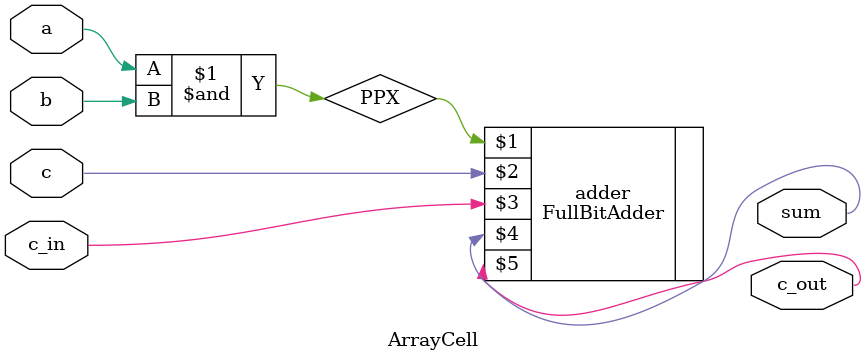
<source format=v>
module ArrayCell(
	input a,
	input b,
	input c,
	input c_in,
	
	output c_out,
	output sum
);


	wire PPX;
	and (PPX, a, b);
	FullBitAdder adder(
		PPX,
		c,
		c_in,
		sum,
		c_out
	);
	
	endmodule
</source>
